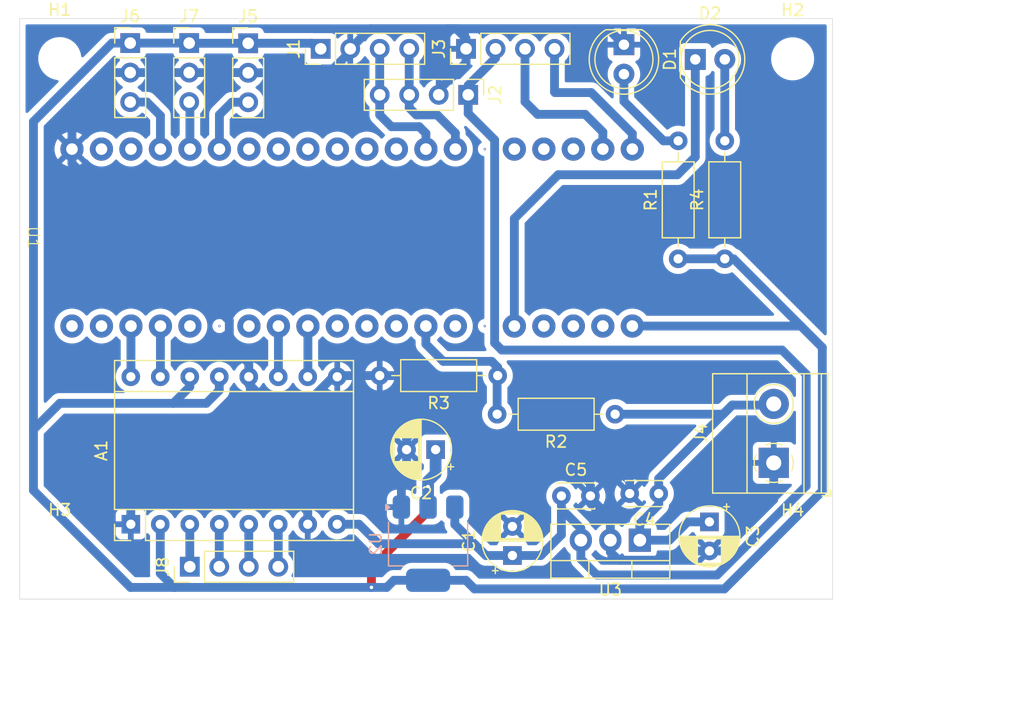
<source format=kicad_pcb>
(kicad_pcb (version 20240108) (generator "pcbnew") (generator_version "8.0")
  (layers (0 "F.Cu" signal) (31 "B.Cu" signal) (34 "B.Paste" user) (35 "F.Paste" user) (36 "B.SilkS" user "B.Silkscreen") (37 "F.SilkS" user "F.Silkscreen") (38 "B.Mask" user) (39 "F.Mask" user) (44 "Edge.Cuts" user))
  (net 0 "")
  (net 1 "Net-(A1-1A)")
  (net 2 "+3V3")
  (net 3 "STEP")
  (net 4 "MS1")
  (net 5 "+5V")
  (net 6 "GND")
  (net 7 "Net-(A1-2B)")
  (net 8 "DIR")
  (net 9 "Net-(A1-1B)")
  (net 10 "MS2")
  (net 11 "Net-(A1-2A)")
  (net 12 "+BATT")
  (net 13 "Net-(D1-A)")
  (net 14 "Net-(D2-A)")
  (net 15 "LED_DIR")
  (net 16 "I2C1 - SDA")
  (net 17 "I2C1 - SCL")
  (net 18 "UART0 - TX")
  (net 19 "UART0 - RX")
  (net 20 "BTN_START")
  (net 21 "BTN_MODE")
  (net 22 "BTN_SEL")
  (net 23 "BAT_ADC")
  (footprint "Connector_PinHeader_2.54mm:PinHeader_1x04_P2.54mm_Vertical" (layer "F.Cu") (at 58.4372 22.606 90)
    (property "Reference" "J3" (at 0 -2.33 90) (layer "F.SilkS"))
    (property "Value" "HC-06")
    (pad "1" thru_hole rect (at 0 0 90) (size 1.7 1.7) (drill 1) (layers "*.Cu" "*.Mask") (net 6 "GND"))
    (pad "2" thru_hole oval (at 0 2.54 90) (size 1.7 1.7) (drill 1) (layers "*.Cu" "*.Mask") (net 5 "+5V"))
    (pad "3" thru_hole oval (at 0 5.08 90) (size 1.7 1.7) (drill 1) (layers "*.Cu" "*.Mask") (net 19 "UART0 - RX"))
    (pad "4" thru_hole oval (at 0 7.62 90) (size 1.7 1.7) (drill 1) (layers "*.Cu" "*.Mask") (net 18 "UART0 - TX"))
  )
  (footprint "Module:Pololu_Breakout-16_15.2x20.3mm" (layer "F.Cu") (at 29.5656 63.5508 90)
    (property "Reference" "A1" (at 6.35 -2.54 90) (layer "F.SilkS"))
    (property "Value" "Pololu_Breakout_A4988")
    (pad "1" thru_hole rect (at 0 0 90) (size 1.6 1.6) (drill 0.8) (layers "*.Cu" "*.Mask") (net 6 "GND"))
    (pad "2" thru_hole oval (at 0 2.54 90) (size 1.6 1.6) (drill 0.8) (layers "*.Cu" "*.Mask") (net 2 "+3V3"))
    (pad "3" thru_hole oval (at 0 5.08 90) (size 1.6 1.6) (drill 0.8) (layers "*.Cu" "*.Mask") (net 9 "Net-(A1-1B)"))
    (pad "4" thru_hole oval (at 0 7.62 90) (size 1.6 1.6) (drill 0.8) (layers "*.Cu" "*.Mask") (net 1 "Net-(A1-1A)"))
    (pad "5" thru_hole oval (at 0 10.16 90) (size 1.6 1.6) (drill 0.8) (layers "*.Cu" "*.Mask") (net 11 "Net-(A1-2A)"))
    (pad "6" thru_hole oval (at 0 12.7 90) (size 1.6 1.6) (drill 0.8) (layers "*.Cu" "*.Mask") (net 7 "Net-(A1-2B)"))
    (pad "7" thru_hole oval (at 0 15.24 90) (size 1.6 1.6) (drill 0.8) (layers "*.Cu" "*.Mask") (net 6 "GND"))
    (pad "8" thru_hole oval (at 0 17.78 90) (size 1.6 1.6) (drill 0.8) (layers "*.Cu" "*.Mask") (net 5 "+5V"))
    (pad "9" thru_hole oval (at 12.7 17.78 90) (size 1.6 1.6) (drill 0.8) (layers "*.Cu" "*.Mask") (net 6 "GND"))
    (pad "10" thru_hole oval (at 12.7 15.24 90) (size 1.6 1.6) (drill 0.8) (layers "*.Cu" "*.Mask") (net 4 "MS1"))
    (pad "11" thru_hole oval (at 12.7 12.7 90) (size 1.6 1.6) (drill 0.8) (layers "*.Cu" "*.Mask") (net 10 "MS2"))
    (pad "12" thru_hole oval (at 12.7 10.16 90) (size 1.6 1.6) (drill 0.8) (layers "*.Cu" "*.Mask") (net 6 "GND"))
    (pad "13" thru_hole oval (at 12.7 7.62 90) (size 1.6 1.6) (drill 0.8) (layers "*.Cu" "*.Mask") (net 2 "+3V3"))
    (pad "14" thru_hole oval (at 12.7 5.08 90) (size 1.6 1.6) (drill 0.8) (layers "*.Cu" "*.Mask") (net 2 "+3V3"))
    (pad "15" thru_hole oval (at 12.7 2.54 90) (size 1.6 1.6) (drill 0.8) (layers "*.Cu" "*.Mask") (net 3 "STEP"))
    (pad "16" thru_hole oval (at 12.7 0 90) (size 1.6 1.6) (drill 0.8) (layers "*.Cu" "*.Mask") (net 8 "DIR"))
  )
  (footprint "MountingHole:MountingHole_3.2mm_M3" (layer "F.Cu") (at 86.5632 66.55)
    (property "Reference" "H4" (at 0 -4.2 0) (layer "F.SilkS"))
    (property "Value" "MountingHole")
    (pad "" np_thru_hole circle (at 0 0) (size 3.2 3.2) (drill 3.2) (layers "*.Cu" "*.Mask"))
  )
  (footprint "LED_THT:LED_D5.0mm" (layer "F.Cu") (at 72.0344 22.2504 -90)
    (property "Reference" "D1" (at 1.27 -3.96 90) (layer "F.SilkS"))
    (property "Value" "LED_PWR")
    (pad "1" thru_hole rect (at 0 0 270) (size 1.8 1.8) (drill 0.9) (layers "*.Cu" "*.Mask") (net 6 "GND"))
    (pad "2" thru_hole circle (at 2.54 0 270) (size 1.8 1.8) (drill 0.9) (layers "*.Cu" "*.Mask") (net 13 "Net-(D1-A)"))
  )
  (footprint "Connector_PinHeader_2.54mm:PinHeader_1x04_P2.54mm_Vertical" (layer "F.Cu") (at 45.9232 22.606 90)
    (property "Reference" "J1" (at 0 -2.33 90) (layer "F.SilkS"))
    (property "Value" "vl53l1x")
    (pad "1" thru_hole rect (at 0 0 90) (size 1.7 1.7) (drill 1) (layers "*.Cu" "*.Mask") (net 2 "+3V3"))
    (pad "2" thru_hole oval (at 0 2.54 90) (size 1.7 1.7) (drill 1) (layers "*.Cu" "*.Mask") (net 6 "GND"))
    (pad "3" thru_hole oval (at 0 5.08 90) (size 1.7 1.7) (drill 1) (layers "*.Cu" "*.Mask") (net 16 "I2C1 - SDA"))
    (pad "4" thru_hole oval (at 0 7.62 90) (size 1.7 1.7) (drill 1) (layers "*.Cu" "*.Mask") (net 17 "I2C1 - SCL"))
  )
  (footprint "TerminalBlock_Phoenix:TerminalBlock_Phoenix_MKDS-1,5-2-5.08_1x02_P5.08mm_Horizontal" (layer "F.Cu") (at 84.9376 58.2676 90)
    (property "Reference" "J4" (at 2.54 -6.26 90) (layer "F.SilkS"))
    (property "Value" "Bateria")
    (pad "1" thru_hole rect (at 0 0 90) (size 2.6 2.6) (drill 1.3) (layers "*.Cu" "*.Mask") (net 6 "GND"))
    (pad "2" thru_hole circle (at 5.08 0 90) (size 2.6 2.6) (drill 1.3) (layers "*.Cu" "*.Mask") (net 12 "+BATT"))
  )
  (footprint "Resistor_THT:R_Axial_DIN0207_L6.3mm_D2.5mm_P10.16mm_Horizontal" (layer "F.Cu") (at 71.275 54.075 180)
    (property "Reference" "R2" (at 5.08 -2.37 360) (layer "F.SilkS"))
    (property "Value" "33k")
    (pad "1" thru_hole circle (at 0 0 180) (size 1.6 1.6) (drill 0.8) (layers "*.Cu" "*.Mask") (net 12 "+BATT"))
    (pad "2" thru_hole oval (at 10.16 0 180) (size 1.6 1.6) (drill 0.8) (layers "*.Cu" "*.Mask") (net 23 "BAT_ADC"))
  )
  (footprint "Connector_PinHeader_2.54mm:PinHeader_1x03_P2.54mm_Vertical" (layer "F.Cu") (at 39.6748 22.128)
    (property "Reference" "J5" (at 0 -2.33 360) (layer "F.SilkS"))
    (property "Value" "Boton 1")
    (pad "1" thru_hole rect (at 0 0) (size 1.7 1.7) (drill 1) (layers "*.Cu" "*.Mask") (net 2 "+3V3"))
    (pad "2" thru_hole oval (at 0 2.54) (size 1.7 1.7) (drill 1) (layers "*.Cu" "*.Mask") (net 6 "GND"))
    (pad "3" thru_hole oval (at 0 5.08) (size 1.7 1.7) (drill 1) (layers "*.Cu" "*.Mask") (net 20 "BTN_START"))
  )
  (footprint "Resistor_THT:R_Axial_DIN0207_L6.3mm_D2.5mm_P10.16mm_Horizontal" (layer "F.Cu") (at 61.1632 50.7492 180)
    (property "Reference" "R3" (at 5.08 -2.37 360) (layer "F.SilkS"))
    (property "Value" "20k")
    (pad "1" thru_hole circle (at 0 0 180) (size 1.6 1.6) (drill 0.8) (layers "*.Cu" "*.Mask") (net 23 "BAT_ADC"))
    (pad "2" thru_hole oval (at 10.16 0 180) (size 1.6 1.6) (drill 0.8) (layers "*.Cu" "*.Mask") (net 6 "GND"))
  )
  (footprint "Connector_PinHeader_2.54mm:PinHeader_1x04_P2.54mm_Vertical" (layer "F.Cu") (at 58.6232 26.5684 -90)
    (property "Reference" "J2" (at 0 -2.33 90) (layer "F.SilkS"))
    (property "Value" "AS5600")
    (pad "1" thru_hole rect (at 0 0 270) (size 1.7 1.7) (drill 1) (layers "*.Cu" "*.Mask") (net 5 "+5V"))
    (pad "2" thru_hole oval (at 0 2.54 270) (size 1.7 1.7) (drill 1) (layers "*.Cu" "*.Mask") (net 6 "GND"))
    (pad "3" thru_hole oval (at 0 5.08 270) (size 1.7 1.7) (drill 1) (layers "*.Cu" "*.Mask") (net 17 "I2C1 - SCL"))
    (pad "4" thru_hole oval (at 0 7.62 270) (size 1.7 1.7) (drill 1) (layers "*.Cu" "*.Mask") (net 16 "I2C1 - SDA"))
  )
  (footprint "Resistor_THT:R_Axial_DIN0207_L6.3mm_D2.5mm_P10.16mm_Horizontal" (layer "F.Cu") (at 76.708 40.6908 90)
    (property "Reference" "R1" (at 5.08 -2.37 90) (layer "F.SilkS"))
    (property "Value" "120")
    (pad "1" thru_hole circle (at 0 0 90) (size 1.6 1.6) (drill 0.8) (layers "*.Cu" "*.Mask") (net 2 "+3V3"))
    (pad "2" thru_hole oval (at 10.16 0 90) (size 1.6 1.6) (drill 0.8) (layers "*.Cu" "*.Mask") (net 13 "Net-(D1-A)"))
  )
  (footprint "Capacitor_THT:CP_Radial_D5.0mm_P2.50mm" (layer "F.Cu") (at 79.4004 63.3476 -90)
    (property "Reference" "C3" (at 1.25 -3.75 90) (layer "F.SilkS"))
    (property "Value" "100uF")
    (pad "1" thru_hole rect (at 0 0 270) (size 1.6 1.6) (drill 0.8) (layers "*.Cu" "*.Mask") (net 12 "+BATT"))
    (pad "2" thru_hole circle (at 2.5 0 270) (size 1.6 1.6) (drill 0.8) (layers "*.Cu" "*.Mask") (net 6 "GND"))
  )
  (footprint "Resistor_THT:R_Axial_DIN0207_L6.3mm_D2.5mm_P10.16mm_Horizontal" (layer "F.Cu") (at 80.7212 40.6908 90)
    (property "Reference" "R4" (at 5.08 -2.37 90) (layer "F.SilkS"))
    (property "Value" "120")
    (pad "1" thru_hole circle (at 0 0 90) (size 1.6 1.6) (drill 0.8) (layers "*.Cu" "*.Mask") (net 2 "+3V3"))
    (pad "2" thru_hole oval (at 10.16 0 90) (size 1.6 1.6) (drill 0.8) (layers "*.Cu" "*.Mask") (net 14 "Net-(D2-A)"))
  )
  (footprint "MountingHole:MountingHole_3.2mm_M3" (layer "F.Cu") (at 23.45 66.525)
    (property "Reference" "H3" (at 0 -4.2 0) (layer "F.SilkS"))
    (property "Value" "MountingHole")
    (pad "" np_thru_hole circle (at 0 0) (size 3.2 3.2) (drill 3.2) (layers "*.Cu" "*.Mask"))
  )
  (footprint "Capacitor_THT:C_Disc_D3.0mm_W2.0mm_P2.50mm" (layer "F.Cu") (at 75.0316 60.9092 180)
    (property "Reference" "C4" (at 1.25 -2.25 360) (layer "F.SilkS"))
    (property "Value" "0.1uF")
    (pad "1" thru_hole circle (at 0 0 180) (size 1.6 1.6) (drill 0.8) (layers "*.Cu" "*.Mask") (net 12 "+BATT"))
    (pad "2" thru_hole circle (at 2.5 0 180) (size 1.6 1.6) (drill 0.8) (layers "*.Cu" "*.Mask") (net 6 "GND"))
  )
  (footprint "LED_THT:LED_D5.0mm" (layer "F.Cu") (at 78.1812 23.5204)
    (property "Reference" "D2" (at 1.27 -3.96 360) (layer "F.SilkS"))
    (property "Value" "LED")
    (pad "1" thru_hole rect (at 0 0) (size 1.8 1.8) (drill 0.9) (layers "*.Cu" "*.Mask") (net 15 "LED_DIR"))
    (pad "2" thru_hole circle (at 2.54 0) (size 1.8 1.8) (drill 0.9) (layers "*.Cu" "*.Mask") (net 14 "Net-(D2-A)"))
  )
  (footprint "Capacitor_THT:C_Disc_D3.0mm_W2.0mm_P2.50mm" (layer "F.Cu") (at 66.6496 61.1124)
    (property "Reference" "C5" (at 1.25 -2.25 360) (layer "F.SilkS"))
    (property "Value" "0.1uF")
    (pad "1" thru_hole circle (at 0 0) (size 1.6 1.6) (drill 0.8) (layers "*.Cu" "*.Mask") (net 5 "+5V"))
    (pad "2" thru_hole circle (at 2.5 0) (size 1.6 1.6) (drill 0.8) (layers "*.Cu" "*.Mask") (net 6 "GND"))
  )
  (footprint "Connector_PinHeader_2.54mm:PinHeader_1x03_P2.54mm_Vertical" (layer "F.Cu") (at 34.5948 22.113)
    (property "Reference" "J7" (at 0 -2.33 360) (layer "F.SilkS"))
    (property "Value" "Boton 3")
    (pad "1" thru_hole rect (at 0 0) (size 1.7 1.7) (drill 1) (layers "*.Cu" "*.Mask") (net 2 "+3V3"))
    (pad "2" thru_hole oval (at 0 2.54) (size 1.7 1.7) (drill 1) (layers "*.Cu" "*.Mask") (net 6 "GND"))
    (pad "3" thru_hole oval (at 0 5.08) (size 1.7 1.7) (drill 1) (layers "*.Cu" "*.Mask") (net 22 "BTN_SEL"))
  )
  (footprint "Connector_PinHeader_2.54mm:PinHeader_1x03_P2.54mm_Vertical" (layer "F.Cu") (at 29.5148 22.113)
    (property "Reference" "J6" (at 0 -2.33 360) (layer "F.SilkS"))
    (property "Value" "Boton 2")
    (pad "1" thru_hole rect (at 0 0) (size 1.7 1.7) (drill 1) (layers "*.Cu" "*.Mask") (net 2 "+3V3"))
    (pad "2" thru_hole oval (at 0 2.54) (size 1.7 1.7) (drill 1) (layers "*.Cu" "*.Mask") (net 6 "GND"))
    (pad "3" thru_hole oval (at 0 5.08) (size 1.7 1.7) (drill 1) (layers "*.Cu" "*.Mask") (net 21 "BTN_MODE"))
  )
  (footprint "Package_TO_SOT_THT:TO-220-3_Vertical" (layer "F.Cu") (at 73.406 64.9224 180)
    (property "Reference" "U3" (at 2.54 -4.27 360) (layer "F.SilkS"))
    (property "Value" "LM7805_TO220")
    (pad "1" thru_hole rect (at 0 0 180) (size 1.905 2) (drill 1.1) (layers "*.Cu" "*.Mask") (net 12 "+BATT"))
    (pad "2" thru_hole oval (at 2.54 0 180) (size 1.905 2) (drill 1.1) (layers "*.Cu" "*.Mask") (net 6 "GND"))
    (pad "3" thru_hole oval (at 5.08 0 180) (size 1.905 2) (drill 1.1) (layers "*.Cu" "*.Mask") (net 5 "+5V"))
  )
  (footprint "MountingHole:MountingHole_3.2mm_M3" (layer "F.Cu") (at 86.5632 23.4696)
    (property "Reference" "H2" (at 0 -4.2 0) (layer "F.SilkS"))
    (property "Value" "MountingHole")
    (pad "" np_thru_hole circle (at 0 0) (size 3.2 3.2) (drill 3.2) (layers "*.Cu" "*.Mask"))
  )
  (footprint "Connector_PinHeader_2.54mm:PinHeader_1x04_P2.54mm_Vertical" (layer "F.Cu") (at 34.6456 67.2084 90)
    (property "Reference" "J8" (at 0 -2.33 90) (layer "F.SilkS"))
    (property "Value" "Motor")
    (pad "1" thru_hole rect (at 0 0 90) (size 1.7 1.7) (drill 1) (layers "*.Cu" "*.Mask") (net 9 "Net-(A1-1B)"))
    (pad "2" thru_hole oval (at 0 2.54 90) (size 1.7 1.7) (drill 1) (layers "*.Cu" "*.Mask") (net 1 "Net-(A1-1A)"))
    (pad "3" thru_hole oval (at 0 5.08 90) (size 1.7 1.7) (drill 1) (layers "*.Cu" "*.Mask") (net 11 "Net-(A1-2A)"))
    (pad "4" thru_hole oval (at 0 7.62 90) (size 1.7 1.7) (drill 1) (layers "*.Cu" "*.Mask") (net 7 "Net-(A1-2B)"))
  )
  (footprint "Capacitor_THT:CP_Radial_D5.0mm_P2.50mm" (layer "F.Cu") (at 55.815113 57.125 180)
    (property "Reference" "C2" (at 1.25 -3.75 360) (layer "F.SilkS"))
    (property "Value" "10uF")
    (pad "1" thru_hole rect (at 0 0 180) (size 1.6 1.6) (drill 0.8) (layers "*.Cu" "*.Mask") (net 2 "+3V3"))
    (pad "2" thru_hole circle (at 2.5 0 180) (size 1.6 1.6) (drill 0.8) (layers "*.Cu" "*.Mask") (net 6 "GND"))
  )
  (footprint "MountingHole:MountingHole_3.2mm_M3" (layer "F.Cu") (at 23.45 23.45)
    (property "Reference" "H1" (at 0 -4.2 0) (layer "F.SilkS"))
    (property "Value" "MountingHole")
    (pad "" np_thru_hole circle (at 0 0) (size 3.2 3.2) (drill 3.2) (layers "*.Cu" "*.Mask"))
  )
  (footprint "Componentes_Proyecto_Digitales:LPC845-BRK" (layer "F.Cu") (at 56.2485 38.862 -90)
    (property "Reference" "U1" (at 0 35.06 -90) (layer "F.SilkS") (effects (font (thickness 0.1))))
    (property "Value" "LPC845-BRK")
    (pad "1" thru_hole circle (at -7.62 -16.51 270) (size 2 2) (drill 1) (layers "*.Cu" "*.Mask") (net 18 "UART0 - TX"))
    (pad "2" thru_hole circle (at -7.62 -13.97 270) (size 2 2) (drill 1) (layers "*.Cu" "*.Mask") (net 19 "UART0 - RX"))
    (pad "3" thru_hole circle (at -7.62 -11.43 270) (size 2 2) (drill 1) (layers "*.Cu" "*.Mask"))
    (pad "4" thru_hole circle (at -7.62 -8.89 270) (size 2 2) (drill 1) (layers "*.Cu" "*.Mask"))
    (pad "5" thru_hole circle (at -7.62 -6.35 270) (size 2 2) (drill 1) (layers "*.Cu" "*.Mask"))
    (pad "6" thru_hole circle (at -7.62 -3.81 270) (size 0.2 0.2) (drill 0.1) (layers "*.Cu" "*.Mask"))
    (pad "7" thru_hole circle (at -7.62 -1.27 270) (size 2 2) (drill 1) (layers "*.Cu" "*.Mask") (net 17 "I2C1 - SCL"))
    (pad "8" thru_hole circle (at -7.62 1.27 270) (size 2 2) (drill 1) (layers "*.Cu" "*.Mask") (net 16 "I2C1 - SDA"))
    (pad "9" thru_hole circle (at -7.62 3.81 270) (size 2 2) (drill 1) (layers "*.Cu" "*.Mask"))
    (pad "10" thru_hole circle (at -7.62 6.35 270) (size 2 2) (drill 1) (layers "*.Cu" "*.Mask"))
    (pad "11" thru_hole circle (at -7.62 8.89 270) (size 2 2) (drill 1) (layers "*.Cu" "*.Mask"))
    (pad "12" thru_hole circle (at -7.62 11.43 270) (size 2 2) (drill 1) (layers "*.Cu" "*.Mask"))
    (pad "13" thru_hole circle (at -7.62 13.97 270) (size 2 2) (drill 1) (layers "*.Cu" "*.Mask"))
    (pad "14" thru_hole circle (at -7.62 16.51 270) (size 2 2) (drill 1) (layers "*.Cu" "*.Mask"))
    (pad "15" thru_hole circle (at -7.62 19.05 270) (size 2 2) (drill 1) (layers "*.Cu" "*.Mask") (net 20 "BTN_START"))
    (pad "16" thru_hole circle (at -7.62 21.59 270) (size 2 2) (drill 1) (layers "*.Cu" "*.Mask") (net 22 "BTN_SEL"))
    (pad "17" thru_hole circle (at -7.62 24.13 270) (size 2 2) (drill 1) (layers "*.Cu" "*.Mask") (net 21 "BTN_MODE"))
    (pad "18" thru_hole circle (at -7.62 26.67 270) (size 2 2) (drill 1) (layers "*.Cu" "*.Mask"))
    (pad "19" thru_hole circle (at -7.62 29.21 270) (size 2 2) (drill 1) (layers "*.Cu" "*.Mask"))
    (pad "20" thru_hole circle (at -7.62 31.75 270) (size 2 2) (drill 1) (layers "*.Cu" "*.Mask") (net 6 "GND"))
    (pad "21" thru_hole circle (at 7.62 31.75 270) (size 2 2) (drill 1) (layers "*.Cu" "*.Mask"))
    (pad "22" thru_hole circle (at 7.62 29.21 270) (size 2 2) (drill 1) (layers "*.Cu" "*.Mask"))
    (pad "23" thru_hole circle (at 7.62 26.67 270) (size 2 2) (drill 1) (layers "*.Cu" "*.Mask") (net 8 "DIR"))
    (pad "24" thru_hole circle (at 7.62 24.13 270) (size 2 2) (drill 1) (layers "*.Cu" "*.Mask") (net 3 "STEP"))
    (pad "25" thru_hole circle (at 7.62 21.59 270) (size 2 2) (drill 1) (layers "*.Cu" "*.Mask"))
    (pad "26" thru_hole circle (at 7.62 19.05 270) (size 0.2 0.2) (drill 0.1) (layers "*.Cu" "*.Mask"))
    (pad "27" thru_hole circle (at 7.62 16.51 270) (size 2 2) (drill 1) (layers "*.Cu" "*.Mask"))
    (pad "28" thru_hole circle (at 7.62 13.97 270) (size 2 2) (drill 1) (layers "*.Cu" "*.Mask") (net 10 "MS2"))
    (pad "29" thru_hole circle (at 7.62 11.43 270) (size 2 2) (drill 1) (layers "*.Cu" "*.Mask") (net 4 "MS1"))
    (pad "30" thru_hole circle (at 7.62 8.89 270) (size 2 2) (drill 1) (layers "*.Cu" "*.Mask"))
    (pad "31" thru_hole circle (at 7.62 6.35 270) (size 2 2) (drill 1) (layers "*.Cu" "*.Mask"))
    (pad "32" thru_hole circle (at 7.62 3.81 270) (size 2 2) (drill 1) (layers "*.Cu" "*.Mask"))
    (pad "33" thru_hole circle (at 7.62 1.27 270) (size 2 2) (drill 1) (layers "*.Cu" "*.Mask") (net 23 "BAT_ADC"))
    (pad "34" thru_hole circle (at 7.62 -1.27 270) (size 2 2) (drill 1) (layers "*.Cu" "*.Mask"))
    (pad "35" thru_hole circle (at 7.62 -3.81 270) (size 0.2 0.2) (drill 0.1) (layers "*.Cu" "*.Mask"))
    (pad "36" thru_hole circle (at 7.62 -6.35 270) (size 2 2) (drill 1) (layers "*.Cu" "*.Mask") (net 15 "LED_DIR"))
    (pad "37" thru_hole circle (at 7.62 -8.89 270) (size 2 2) (drill 1) (layers "*.Cu" "*.Mask"))
    (pad "38" thru_hole circle (at 7.62 -11.43 270) (size 2 2) (drill 1) (layers "*.Cu" "*.Mask"))
    (pad "39" thru_hole circle (at 7.62 -13.97 270) (size 2 2) (drill 1) (layers "*.Cu" "*.Mask"))
    (pad "40" thru_hole circle (at 7.62 -16.51 270) (size 2 2) (drill 1) (layers "*.Cu" "*.Mask") (net 2 "+3V3"))
  )
  (footprint "Capacitor_THT:CP_Radial_D5.0mm_P2.50mm" (layer "F.Cu") (at 62.4332 66.2432 90)
    (property "Reference" "C1" (at 1.25 -3.75 90) (layer "F.SilkS"))
    (property "Value" "10uF")
    (pad "1" thru_hole rect (at 0 0 90) (size 1.6 1.6) (drill 0.8) (layers "*.Cu" "*.Mask") (net 5 "+5V"))
    (pad "2" thru_hole circle (at 2.5 0 90) (size 1.6 1.6) (drill 0.8) (layers "*.Cu" "*.Mask") (net 6 "GND"))
  )
  (footprint "Package_TO_SOT_SMD:SOT-223-3_TabPin2" (layer "B.Cu") (at 55.1688 65.2272 -90)
    (property "Reference" "U2" (at 0 4.5 90) (layer "B.SilkS") (effects (justify mirror)))
    (property "Value" "AMS1117-3.3")
    (pad "1" smd roundrect (at -3.15 2.3 270) (size 2 1.5) (layers "B.Cu" "B.Paste" "B.Mask") (net 6 "GND"))
    (pad "2" smd roundrect (at -3.15 0 270) (size 2 1.5) (layers "B.Cu" "B.Paste" "B.Mask") (net 2 "+3V3"))
    (pad "2" smd roundrect (at 3.15 0 270) (size 2 3.8) (layers "B.Cu" "B.Paste" "B.Mask") (net 2 "+3V3"))
    (pad "3" smd roundrect (at -3.15 -2.3 270) (size 2 1.5) (layers "B.Cu" "B.Paste" "B.Mask") (net 5 "+5V"))
  )
  (gr_rect (start 20 20) (end 90 70) (stroke (width 0.05)) (fill none) (layer "Edge.Cuts"))
  (segment (start 37.1856 63.5508) (end 37.1856 67.2084) (width 0.762) (layer "B.Cu") (net 1))
  (segment (start 50.292 68.992) (end 50.292 67.31) (width 0.762) (layer "F.Cu") (net 2))
  (segment (start 50.292 67.31) (end 55.1688 62.4332) (width 0.762) (layer "F.Cu") (net 2))
  (segment (start 55.1688 62.4332) (end 55.1688 60.2996) (width 0.762) (layer "F.Cu") (net 2))
  (via (at 50.292 68.992) (size 0.6) (drill 0.3) (layers "F.Cu" "B.Cu") (net 2))
  (via (at 55.1688 60.2996) (size 0.6) (drill 0.3) (layers "F.Cu" "B.Cu") (net 2))
  (segment (start 80.6902 69.119) (end 89.119 60.6902) (width 0.762) (layer "B.Cu") (net 2))
  (segment (start 81.4832 40.6908) (end 76.708 40.6908) (width 0.762) (layer "B.Cu") (net 2))
  (segment (start 55.1688 59.8424) (end 55.1688 60.2996) (width 1.016) (layer "B.Cu") (net 2))
  (segment (start 21.1836 55.4) (end 23.4468 53.1368) (width 0.762) (layer "B.Cu") (net 2))
  (segment (start 58.4204 68.3772) (end 59.1622 69.119) (width 0.762) (layer "B.Cu") (net 2))
  (segment (start 34.6456 51.7144) (end 34.6456 50.8508) (width 0.762) (layer "B.Cu") (net 2))
  (segment (start 55.626 57.314113) (end 55.815113 57.125) (width 1.016) (layer "B.Cu") (net 2))
  (segment (start 45.1404 22.128) (end 39.6748 22.128) (width 0.762) (layer "B.Cu") (net 2))
  (segment (start 32.1056 67.7844) (end 32.1056 63.5508) (width 0.762) (layer "B.Cu") (net 2))
  (segment (start 87.2744 46.482) (end 72.7585 46.482) (width 0.762) (layer "B.Cu") (net 2))
  (segment (start 55.1688 68.3772) (end 58.4204 68.3772) (width 0.762) (layer "B.Cu") (net 2))
  (segment (start 34.6098 22.128) (end 34.5948 22.113) (width 0.762) (layer "B.Cu") (net 2))
  (segment (start 21.1836 60.6336) (end 21.1836 28.87151) (width 0.762) (layer "B.Cu") (net 2))
  (segment (start 33.3132 68.992) (end 29.542 68.992) (width 0.762) (layer "B.Cu") (net 2))
  (segment (start 23.4468 53.1368) (end 33.2232 53.1368) (width 0.762) (layer "B.Cu") (net 2))
  (segment (start 87.2744 46.482) (end 81.4832 40.6908) (width 0.762) (layer "B.Cu") (net 2))
  (segment (start 55.1688 60.2996) (end 55.1688 62.0772) (width 1.016) (layer "B.Cu") (net 2))
  (segment (start 33.2232 53.1368) (end 36.068 53.1368) (width 0.762) (layer "B.Cu") (net 2))
  (segment (start 39.6748 22.128) (end 34.6098 22.128) (width 0.762) (layer "B.Cu") (net 2))
  (segment (start 51.6072 68.992) (end 52.222 68.3772) (width 0.762) (layer "B.Cu") (net 2))
  (segment (start 50.292 68.992) (end 33.3132 68.992) (width 0.762) (layer "B.Cu") (net 2))
  (segment (start 33.3132 68.992) (end 32.1056 67.7844) (width 0.762) (layer "B.Cu") (net 2))
  (segment (start 59.1622 69.119) (end 80.6902 69.119) (width 0.762) (layer "B.Cu") (net 2))
  (segment (start 36.068 53.1368) (end 37.1856 52.0192) (width 0.762) (layer "B.Cu") (net 2))
  (segment (start 55.815113 57.125) (end 55.815113 59.196087) (width 1.016) (layer "B.Cu") (net 2))
  (segment (start 89.119 60.6902) (end 89.119 48.3266) (width 0.762) (layer "B.Cu") (net 2))
  (segment (start 55.815113 59.196087) (end 55.1688 59.8424) (width 1.016) (layer "B.Cu") (net 2))
  (segment (start 45.9232 22.606) (end 45.6184 22.606) (width 0.762) (layer "B.Cu") (net 2))
  (segment (start 21.1836 28.87151) (end 27.94211 22.113) (width 0.762) (layer "B.Cu") (net 2))
  (segment (start 50.292 68.992) (end 51.6072 68.992) (width 0.762) (layer "B.Cu") (net 2))
  (segment (start 33.2232 53.1368) (end 34.6456 51.7144) (width 0.762) (layer "B.Cu") (net 2))
  (segment (start 34.5948 22.113) (end 29.5148 22.113) (width 0.762) (layer "B.Cu") (net 2))
  (segment (start 52.222 68.3772) (end 55.1688 68.3772) (width 0.762) (layer "B.Cu") (net 2))
  (segment (start 45.6184 22.606) (end 45.1404 22.128) (width 0.762) (layer "B.Cu") (net 2))
  (segment (start 27.94211 22.113) (end 29.5148 22.113) (width 0.762) (layer "B.Cu") (net 2))
  (segment (start 37.1856 52.0192) (end 37.1856 50.8508) (width 0.762) (layer "B.Cu") (net 2))
  (segment (start 89.119 48.3266) (end 87.2744 46.482) (width 0.762) (layer "B.Cu") (net 2))
  (segment (start 29.542 68.992) (end 21.1836 60.6336) (width 0.762) (layer "B.Cu") (net 2))
  (segment (start 32.1185 50.8379) (end 32.1056 50.8508) (width 0.762) (layer "B.Cu") (net 3))
  (segment (start 32.1185 46.482) (end 32.1185 50.8379) (width 0.762) (layer "B.Cu") (net 3))
  (segment (start 44.8185 50.8379) (end 44.8056 50.8508) (width 0.762) (layer "B.Cu") (net 4))
  (segment (start 44.8185 46.482) (end 44.8185 50.8379) (width 0.762) (layer "B.Cu") (net 4))
  (segment (start 87.7316 50.6316) (end 85.65 48.55) (width 0.762) (layer "B.Cu") (net 5))
  (segment (start 68.326 64.9224) (end 68.326 66.548) (width 0.762) (layer "B.Cu") (net 5))
  (segment (start 64.8716 66.2432) (end 62.4332 66.2432) (width 0.762) (layer "B.Cu") (net 5))
  (segment (start 60.1472 66.2432) (end 57.4688 63.5648) (width 0.762) (layer "B.Cu") (net 5))
  (segment (start 66.6496 64.4652) (end 64.8716 66.2432) (width 0.762) (layer "B.Cu") (net 5))
  (segment (start 68.326 63.9064) (end 68.326 64.9224) (width 0.762) (layer "B.Cu") (net 5))
  (segment (start 69.6976 67.9196) (end 80.0608 67.9196) (width 0.762) (layer "B.Cu") (net 5))
  (segment (start 66.6496 62.23) (end 66.6496 64.4652) (width 0.762) (layer "B.Cu") (net 5))
  (segment (start 58.6232 25.7556) (end 58.6232 26.5684) (width 0.762) (layer "B.Cu") (net 5))
  (segment (start 49.2252 63.5508) (end 47.3456 63.5508) (width 0.762) (layer "B.Cu") (net 5))
  (segment (start 66.6496 62.23) (end 68.326 63.9064) (width 0.762) (layer "B.Cu") (net 5))
  (segment (start 85.65 48.55) (end 61.516 48.55) (width 0.762) (layer "B.Cu") (net 5))
  (segment (start 62.4332 66.2432) (end 60.1472 66.2432) (width 0.762) (layer "B.Cu") (net 5))
  (segment (start 59.1312 65.2272) (end 50.9016 65.2272) (width 0.762) (layer "B.Cu") (net 5))
  (segment (start 68.326 66.548) (end 69.6976 67.9196) (width 0.762) (layer "B.Cu") (net 5))
  (segment (start 58.6232 28.1732) (end 58.6232 26.5684) (width 0.762) (layer "B.Cu") (net 5))
  (segment (start 60.9772 23.4016) (end 58.6232 25.7556) (width 0.762) (layer "B.Cu") (net 5))
  (segment (start 68.326 64.9224) (end 68.2752 64.8716) (width 0.762) (layer "B.Cu") (net 5))
  (segment (start 57.4688 63.5648) (end 57.4688 62.0772) (width 0.762) (layer "B.Cu") (net 5))
  (segment (start 87.7316 60.2488) (end 87.7316 50.6316) (width 0.762) (layer "B.Cu") (net 5))
  (segment (start 61.516 48.55) (end 60.9 47.934) (width 0.762) (layer "B.Cu") (net 5))
  (segment (start 60.9772 22.606) (end 60.9772 23.4016) (width 0.762) (layer "B.Cu") (net 5))
  (segment (start 60.1472 66.2432) (end 59.1312 65.2272) (width 0.762) (layer "B.Cu") (net 5))
  (segment (start 60.9 30.45) (end 58.6232 28.1732) (width 0.762) (layer "B.Cu") (net 5))
  (segment (start 80.0608 67.9196) (end 87.7316 60.2488) (width 0.762) (layer "B.Cu") (net 5))
  (segment (start 66.6496 61.1124) (end 66.6496 62.23) (width 0.762) (layer "B.Cu") (net 5))
  (segment (start 50.9016 65.2272) (end 49.2252 63.5508) (width 0.762) (layer "B.Cu") (net 5))
  (segment (start 60.9 47.934) (end 60.9 30.45) (width 0.762) (layer "B.Cu") (net 5))
  (segment (start 84.9376 58.2676) (end 84.9376 61.4172) (width 0.762) (layer "B.Cu") (net 6))
  (segment (start 72.0344 22.2504) (end 70.665 20.881) (width 0.762) (layer "B.Cu") (net 6))
  (segment (start 46.9992 50.8508) (end 45.25 52.6) (width 0.762) (layer "B.Cu") (net 6))
  (segment (start 24.4985 31.242) (end 24.4985 28.1811) (width 0.762) (layer "B.Cu") (net 6))
  (segment (start 58.4372 23.808) (end 56.0832 26.162) (width 0.762) (layer "B.Cu") (net 6))
  (segment (start 58.4372 21.7088) (end 58.4372 22.606) (width 0.762) (layer "B.Cu") (net 6))
  (segment (start 29.5656 63.5508) (end 29.5656 62.0094) (width 0.762) (layer "B.Cu") (net 6))
  (segment (start 69.1496 61.7528) (end 69.1496 61.1124) (width 0.762) (layer "B.Cu") (net 6))
  (segment (start 48.4632 22.86) (end 48.4632 22.606) (width 0.762) (layer "B.Cu") (net 6))
  (segment (start 71.4248 58.7248) (end 60.430912 58.7248) (width 0.762) (layer "B.Cu") (net 6))
  (segment (start 53.315113 56.134887) (end 53.315113 57.125) (width 0.762) (layer "B.Cu") (net 6))
  (segment (start 39.7256 49.6824) (end 39.7256 50.8508) (width 0.762) (layer "B.Cu") (net 6))
  (segment (start 57.106112 55.4) (end 52.455312 50.7492) (width 0.762) (layer "B.Cu") (net 6))
  (segment (start 48.4632 22.606) (end 50.1882 20.881) (width 0.762) (layer "B.Cu") (net 6))
  (segment (start 39.6598 24.653) (end 39.6748 24.668) (width 0.762) (layer "B.Cu") (net 6))
  (segment (start 76.202001 66.647599) (end 71.575199 66.647599) (width 0.762) (layer "B.Cu") (net 6))
  (segment (start 57.106112 55.4) (end 54.05 55.4) (width 0.762) (layer "B.Cu") (net 6))
  (segment (start 60.430912 58.7248) (end 57.106112 55.4) (width 0.762) (layer "B.Cu") (net 6))
  (segment (start 46.65 55.4) (end 40.725 61.325) (width 0.762) (layer "B.Cu") (net 6))
  (segment (start 54.05 55.4) (end 46.65 55.4) (width 0.762) (layer "B.Cu") (net 6))
  (segment (start 56.7436 20.881) (end 57.6094 20.881) (width 0.762) (layer "B.Cu") (net 6))
  (segment (start 52.8688 59.6812) (end 53.315113 59.234887) (width 0.762) (layer "B.Cu") (net 6))
  (segment (start 44.8056 62.4556) (end 44.8056 63.5508) (width 0.762) (layer "B.Cu") (net 6))
  (segment (start 51.0032 50.7492) (end 47.4472 50.7492) (width 0.762) (layer "B.Cu") (net 6))
  (segment (start 38.0492 46.0248) (end 38.0492 48.006) (width 0.762) (layer "B.Cu") (net 6))
  (segment (start 71.575199 66.647599) (end 70.866 65.9384) (width 0.762) (layer "B.Cu") (net 6))
  (segment (start 79.4004 65.8476) (end 77.002 65.8476) (width 0.762) (layer "B.Cu") (net 6))
  (segment (start 80.5072 65.8476) (end 79.4004 65.8476) (width 0.762) (layer "B.Cu") (net 6))
  (segment (start 70.866 63.4692) (end 69.1496 61.7528) (width 0.762) (layer "B.Cu") (net 6))
  (segment (start 46.6552 24.668) (end 48.4632 22.86) (width 0.762) (layer "B.Cu") (net 6))
  (segment (start 39.6748 24.668) (end 46.6552 24.668) (width 0.762) (layer "B.Cu") (net 6))
  (segment (start 69.1496 61.1124) (end 69.1496 60.0564) (width 0.762) (layer "B.Cu") (net 6))
  (segment (start 24.4985 31.242) (end 24.4985 32.4741) (width 0.762) (layer "B.Cu") (net 6))
  (segment (start 40.85 52.6) (end 39.7256 51.4756) (width 0.762) (layer "B.Cu") (net 6))
  (segment (start 28.0266 24.653) (end 29.5148 24.653) (width 0.762) (layer "B.Cu") (net 6))
  (segment (start 50.1882 20.881) (end 57.8126 20.881) (width 0.762) (layer "B.Cu") (net 6))
  (segment (start 38.0492 48.006) (end 39.7256 49.6824) (width 0.762) (layer "B.Cu") (net 6))
  (segment (start 43.675 61.325) (end 44.8056 62.4556) (width 0.762) (layer "B.Cu") (net 6))
  (segment (start 47.4472 50.7492) (end 47.3456 50.8508) (width 0.762) (layer "B.Cu") (net 6))
  (segment (start 67.818 58.7248) (end 66.9544 58.7248) (width 0.762) (layer "B.Cu") (net 6))
  (segment (start 52.455312 50.7492) (end 51.0032 50.7492) (width 0.762) (layer "B.Cu") (net 6))
  (segment (start 70.665 20.881) (end 57.8126 20.881) (width 0.762) (layer "B.Cu") (net 6))
  (segment (start 30.25 61.325) (end 40.725 61.325) (width 0.762) (layer "B.Cu") (net 6))
  (segment (start 57.6094 20.881) (end 58.4372 21.7088) (width 0.762) (layer "B.Cu") (net 6))
  (segment (start 84.9376 61.4172) (end 80.5072 65.8476) (width 0.762) (layer "B.Cu") (net 6))
  (segment (start 69.1496 60.0564) (end 67.818 58.7248) (width 0.762) (layer "B.Cu") (net 6))
  (segment (start 58.4372 22.606) (end 58.4372 23.808) (width 0.762) (layer "B.Cu") (net 6))
  (segment (start 34.5948 24.653) (end 39.6598 24.653) (width 0.762) (layer "B.Cu") (net 6))
  (segment (start 77.002 65.8476) (end 76.202001 66.647599) (width 0.762) (layer "B.Cu") (net 6))
  (segment (start 40.725 61.325) (end 43.675 61.325) (width 0.762) (layer "B.Cu") (net 6))
  (segment (start 29.5656 62.0094) (end 30.25 61.325) (width 0.762) (layer "B.Cu") (net 6))
  (segment (start 53.315113 59.234887) (end 53.315113 57.125) (width 0.762) (layer "B.Cu") (net 6))
  (segment (start 70.866 65.9384) (end 70.866 64.9224) (width 0.762) (layer "B.Cu") (net 6))
  (segment (start 72.5316 59.8316) (end 71.4248 58.7248) (width 0.762) (layer "B.Cu") (net 6))
  (segment (start 70.866 64.9224) (end 70.866 63.4692) (width 0.762) (layer "B.Cu") (net 6))
  (segment (start 39.7256 51.4756) (end 39.7256 50.8508) (width 0.762) (layer "B.Cu") (net 6))
  (segment (start 24.4985 32.4741) (end 38.0492 46.0248) (width 0.762) (layer "B.Cu") (net 6))
  (segment (start 24.4985 28.1811) (end 28.0266 24.653) (width 0.762) (layer "B.Cu") (net 6))
  (segment (start 29.5148 24.653) (end 34.5948 24.653) (width 0.762) (layer "B.Cu") (net 6))
  (segment (start 56.0832 26.162) (end 56.0832 26.5684) (width 0.762) (layer "B.Cu") (net 6))
  (segment (start 52.8688 62.0772) (end 52.8688 59.6812) (width 0.762) (layer "B.Cu") (net 6))
  (segment (start 45.25 52.6) (end 40.85 52.6) (width 0.762) (layer "B.Cu") (net 6))
  (segment (start 72.5316 60.9092) (end 72.5316 59.8316) (width 0.762) (layer "B.Cu") (net 6))
  (segment (start 54.05 55.4) (end 53.315113 56.134887) (width 0.762) (layer "B.Cu") (net 6))
  (segment (start 47.3456 50.8508) (end 46.9992 50.8508) (width 0.762) (layer "B.Cu") (net 6))
  (segment (start 42.2656 63.5508) (end 42.2656 67.2084) (width 0.762) (layer "B.Cu") (net 7))
  (segment (start 29.5785 50.8379) (end 29.5656 50.8508) (width 0.762) (layer "B.Cu") (net 8))
  (segment (start 29.5785 46.482) (end 29.5785 50.8379) (width 0.762) (layer "B.Cu") (net 8))
  (segment (start 34.6456 63.5508) (end 34.6456 67.2084) (width 0.762) (layer "B.Cu") (net 9))
  (segment (start 42.2785 50.8379) (end 42.2656 50.8508) (width 0.762) (layer "B.Cu") (net 10))
  (segment (start 42.2785 46.482) (end 42.2785 50.8379) (width 0.762) (layer "B.Cu") (net 10))
  (segment (start 39.7256 63.5508) (end 39.7256 67.2084) (width 0.762) (layer "B.Cu") (net 11))
  (segment (start 75.0316 60.9092) (end 75.037 60.9038) (width 1.016) (layer "B.Cu") (net 12))
  (segment (start 75.946 64.9224) (end 77.5208 63.3476) (width 0.762) (layer "B.Cu") (net 12))
  (segment (start 80.575 54.075) (end 71.275 54.075) (width 0.762) (layer "B.Cu") (net 12))
  (segment (start 81.4832 53.2892) (end 81.3608 53.2892) (width 0.762) (layer "B.Cu") (net 12))
  (segment (start 73.406 64.9224) (end 75.946 64.9224) (width 0.762) (layer "B.Cu") (net 12))
  (segment (start 73.406 63.5) (end 73.406 64.9224) (width 0.762) (layer "B.Cu") (net 12))
  (segment (start 75.0316 61.8744) (end 73.406 63.5) (width 0.762) (layer "B.Cu") (net 12))
  (segment (start 75.0316 60.9092) (end 75.0316 61.8744) (width 0.762) (layer "B.Cu") (net 12))
  (segment (start 84.9376 53.1876) (end 84.836 53.2892) (width 0.762) (layer "B.Cu") (net 12))
  (segment (start 81.3608 53.2892) (end 80.575 54.075) (width 0.762) (layer "B.Cu") (net 12))
  (segment (start 75.0316 59.6184) (end 75.0316 60.9092) (width 0.762) (layer "B.Cu") (net 12))
  (segment (start 84.836 53.2892) (end 81.4832 53.2892) (width 0.762) (layer "B.Cu") (net 12))
  (segment (start 81.3608 53.2892) (end 75.0316 59.6184) (width 0.762) (layer "B.Cu") (net 12))
  (segment (start 77.5208 63.3476) (end 79.4004 63.3476) (width 0.762) (layer "B.Cu") (net 12))
  (segment (start 72.0344 27.1272) (end 72.0344 24.7904) (width 0.762) (layer "B.Cu") (net 13))
  (segment (start 76.708 30.5308) (end 75.438 30.5308) (width 0.762) (layer "B.Cu") (net 13))
  (segment (start 75.438 30.5308) (end 72.0344 27.1272) (width 0.762) (layer "B.Cu") (net 13))
  (segment (start 80.7212 30.5308) (end 80.7212 23.5204) (width 0.762) (layer "B.Cu") (net 14))
  (segment (start 76.65 33.45) (end 66.375 33.45) (width 0.762) (layer "B.Cu") (net 15))
  (segment (start 78.1812 31.9188) (end 76.65 33.45) (width 0.762) (layer "B.Cu") (net 15))
  (segment (start 66.375 33.45) (end 62.5985 37.2265) (width 0.762) (layer "B.Cu") (net 15))
  (segment (start 78.1812 23.5204) (end 78.1812 31.9188) (width 0.762) (layer "B.Cu") (net 15))
  (segment (start 62.5985 37.2265) (end 62.5985 46.482) (width 0.762) (layer "B.Cu") (net 15))
  (segment (start 51.0032 22.606) (end 51.0032 26.5684) (width 0.762) (layer "B.Cu") (net 16))
  (segment (start 51.0032 26.5684) (end 51.0032 28.2956) (width 0.762) (layer "B.Cu") (net 16))
  (segment (start 52.0192 29.3116) (end 54.4068 29.3116) (width 0.762) (layer "B.Cu") (net 16))
  (segment (start 54.9785 29.8833) (end 54.9785 31.242) (width 0.762) (layer "B.Cu") (net 16))
  (segment (start 54.4068 29.3116) (end 54.9785 29.8833) (width 0.762) (layer "B.Cu") (net 16))
  (segment (start 51.0032 28.2956) (end 52.0192 29.3116) (width 0.762) (layer "B.Cu") (net 16))
  (segment (start 55.9456 28.2956) (end 57.5185 29.8685) (width 0.762) (layer "B.Cu") (net 17))
  (segment (start 53.5432 26.5684) (end 53.5432 27.686) (width 0.762) (layer "B.Cu") (net 17))
  (segment (start 57.5185 29.8685) (end 57.5185 31.242) (width 0.762) (layer "B.Cu") (net 17))
  (segment (start 53.5432 27.686) (end 54.1528 28.2956) (width 0.762) (layer "B.Cu") (net 17))
  (segment (start 54.1528 28.2956) (end 55.9456 28.2956) (width 0.762) (layer "B.Cu") (net 17))
  (segment (start 53.5432 22.606) (end 53.5432 26.5684) (width 0.762) (layer "B.Cu") (net 17))
  (segment (start 66.1 26.375) (end 69.225 26.375) (width 0.762) (layer "B.Cu") (net 18))
  (segment (start 69.225 26.375) (end 72.7585 29.9085) (width 0.762) (layer "B.Cu") (net 18))
  (segment (start 66.0572 22.606) (end 66.0572 26.3322) (width 0.762) (layer "B.Cu") (net 18))
  (segment (start 72.7585 29.9085) (end 72.7585 31.242) (width 0.762) (layer "B.Cu") (net 18))
  (segment (start 66.0572 26.3322) (end 66.1 26.375) (width 0.762) (layer "B.Cu") (net 18))
  (segment (start 63.5172 22.606) (end 63.5172 27.1672) (width 0.762) (layer "B.Cu") (net 19))
  (segment (start 63.5172 27.1672) (end 64.6 28.25) (width 0.762) (layer "B.Cu") (net 19))
  (segment (start 68.7 28.25) (end 70.2185 29.7685) (width 0.762) (layer "B.Cu") (net 19))
  (segment (start 64.6 28.25) (end 68.7 28.25) (width 0.762) (layer "B.Cu") (net 19))
  (segment (start 70.2185 29.7685) (end 70.2185 31.242) (width 0.762) (layer "B.Cu") (net 19))
  (segment (start 37.1985 28.2827) (end 38.2732 27.208) (width 0.762) (layer "B.Cu") (net 20))
  (segment (start 37.1985 31.242) (end 37.1985 28.2827) (width 0.762) (layer "B.Cu") (net 20))
  (segment (start 38.2732 27.208) (end 39.6748 27.208) (width 0.762) (layer "B.Cu") (net 20))
  (segment (start 30.9522 27.193) (end 29.5148 27.193) (width 0.762) (layer "B.Cu") (net 21))
  (segment (start 32.1185 28.3593) (end 30.9522 27.193) (width 0.762) (layer "B.Cu") (net 21))
  (segment (start 32.1185 31.242) (end 32.1185 28.3593) (width 0.762) (layer "B.Cu") (net 21))
  (segment (start 34.6585 27.2567) (end 34.5948 27.193) (width 0.762) (layer "B.Cu") (net 22))
  (segment (start 34.6585 31.242) (end 34.6585 27.2567) (width 0.762) (layer "B.Cu") (net 22))
  (segment (start 54.9785 48.0285) (end 54.9785 46.482) (width 0.762) (layer "B.Cu") (net 23))
  (segment (start 61.115 50.7974) (end 61.1632 50.7492) (width 0.762) (layer "B.Cu") (net 23))
  (segment (start 61.1632 50.0382) (end 60.65 49.525) (width 0.762) (layer "B.Cu") (net 23))
  (segment (start 61.115 54.075) (end 61.115 50.7974) (width 0.762) (layer "B.Cu") (net 23))
  (segment (start 60.65 49.525) (end 56.475 49.525) (width 0.762) (layer "B.Cu") (net 23))
  (segment (start 56.475 49.525) (end 54.9785 48.0285) (width 0.762) (layer "B.Cu") (net 23))
  (segment (start 61.1632 50.7492) (end 61.1632 50.0382) (width 0.762) (layer "B.Cu") (net 23))
  (zone (net 6) (net_name "GND") (layer "B.Cu") (connect_pads (clearance 0.5)) (min_thickness 0.25) (fill yes (thermal_gap 0.5) (thermal_bridge_width 0.5))
    (polygon (pts (xy 20 20) (xy 90 20) (xy 90 70) (xy 20 70)))
  )
)
</source>
